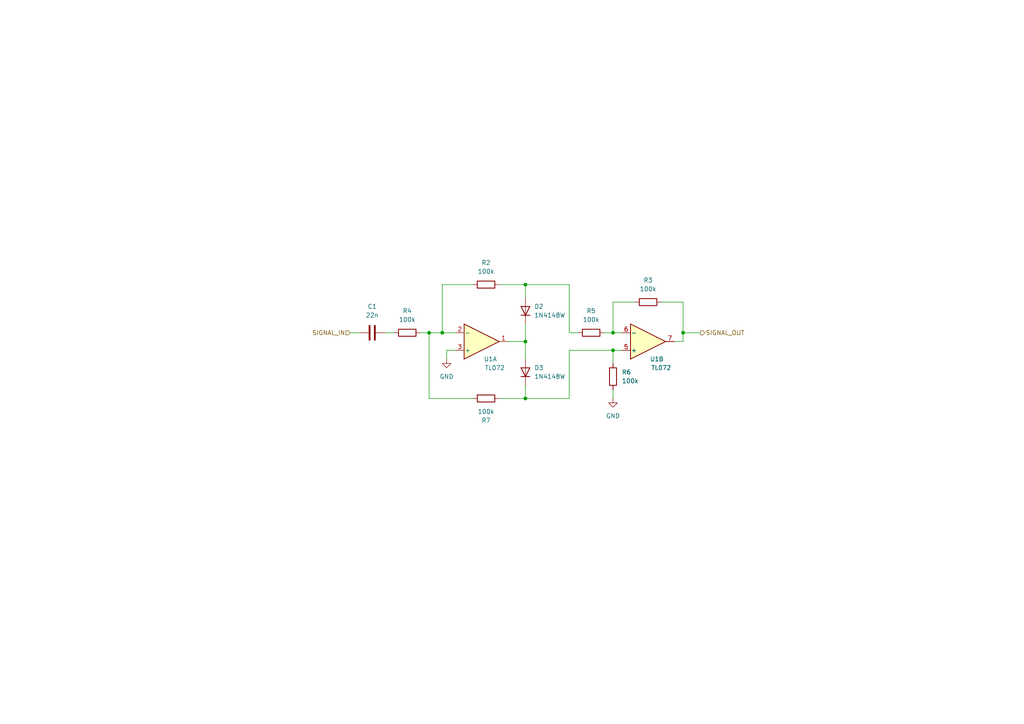
<source format=kicad_sch>
(kicad_sch (version 20211123) (generator eeschema)
  (paper "A4")
  (title_block (title "M.S.M. Stereo Lowpass Filter Pedal") (date "2022-05-22") (rev "0") (comment 2 "creativecommons.org/licenses/by/4.0") (comment 3 "License: CC by 4.0") (comment 4 "Author: Jordan Aceto"))
  (lib_symbols
    (symbol "Amplifier_Operational:TL072" (pin_names (offset 0.127))
      (property "Reference" "U" (at 0 5.08 0))
      (property "Value" "TL072" (at 0 -5.08 0))
      (symbol "TL072_1_1"
        (polyline (pts (xy -5.08 5.08) (xy 5.08 0) (xy -5.08 -5.08) (xy -5.08 5.08)) (stroke (width 0.254)) (fill (type background)))
        (pin output line (at 7.62 0 180) (length 2.54) (name "~") (number "1"))
        (pin input line (at -7.62 -2.54 0) (length 2.54) (name "-") (number "2"))
        (pin input line (at -7.62 2.54 0) (length 2.54) (name "+") (number "3"))
      )
      (symbol "TL072_2_1"
        (polyline (pts (xy -5.08 5.08) (xy 5.08 0) (xy -5.08 -5.08) (xy -5.08 5.08)) (stroke (width 0.254)) (fill (type background)))
        (pin input line (at -7.62 2.54 0) (length 2.54) (name "+") (number "5"))
        (pin input line (at -7.62 -2.54 0) (length 2.54) (name "-") (number "6"))
        (pin output line (at 7.62 0 180) (length 2.54) (name "~") (number "7"))
      )
      (symbol "TL072_3_1"
        (pin power_in line (at -2.54 -7.62 90) (length 3.81) (name "V-") (number "4"))
        (pin power_in line (at -2.54 7.62 270) (length 3.81) (name "V+") (number "8"))
      )
    )
    (symbol "Device:C" (pin_numbers hide) (pin_names (offset 0.254))
      (property "Reference" "C" (at 0.635 2.54 0))
      (property "Value" "C" (at 0.635 -2.54 0))
      (symbol "C_0_1"
        (polyline (pts (xy -2.032 -0.762) (xy 2.032 -0.762)) (stroke (width 0.508)))
        (polyline (pts (xy -2.032 0.762) (xy 2.032 0.762)) (stroke (width 0.508)))
      )
      (symbol "C_1_1"
        (pin passive line (at 0 3.81 270) (length 2.794) (name "~") (number "1"))
        (pin passive line (at 0 -3.81 90) (length 2.794) (name "~") (number "2"))
      )
    )
    (symbol "Device:R" (pin_numbers hide) (pin_names (offset 0))
      (property "Reference" "R" (at 2.032 0 90))
      (property "Value" "R" (at 0 0 90))
      (symbol "R_0_1"
        (rectangle (start -1.016 -2.54) (end 1.016 2.54) (stroke (width 0.254)))
      )
      (symbol "R_1_1"
        (pin passive line (at 0 3.81 270) (length 1.27) (name "~") (number "1"))
        (pin passive line (at 0 -3.81 90) (length 1.27) (name "~") (number "2"))
      )
    )
    (symbol "Diode:1N4148W" (pin_numbers hide) (pin_names (offset 1.016) hide)
      (property "Reference" "D" (at 0 2.54 0))
      (property "Value" "1N4148W" (at 0 -2.54 0))
      (symbol "1N4148W_0_1"
        (polyline (pts (xy -1.27 1.27) (xy -1.27 -1.27)) (stroke (width 0.254)))
        (polyline (pts (xy 1.27 0) (xy -1.27 0)))
        (polyline (pts (xy 1.27 1.27) (xy 1.27 -1.27) (xy -1.27 0) (xy 1.27 1.27)) (stroke (width 0.254)))
      )
      (symbol "1N4148W_1_1"
        (pin passive line (at -3.81 0 0) (length 2.54) (name "K") (number "1"))
        (pin passive line (at 3.81 0 180) (length 2.54) (name "A") (number "2"))
      )
    )
    (symbol "power:GND" (power) (pin_names (offset 0))
      (property "Value" "GND" (at 0 -3.81 0))
      (symbol "GND_0_1"
        (polyline (pts (xy 0 0) (xy 0 -1.27) (xy 1.27 -1.27) (xy 0 -2.54) (xy -1.27 -1.27) (xy 0 -1.27)))
      )
      (symbol "GND_1_1"
        (pin power_in line (at 0 0 270) (length 0) hide (name "GND") (number "1"))
      )
    )
  )
  (junction (at 124.46 96.52))
  (junction (at 152.4 82.55))
  (junction (at 152.4 99.06))
  (junction (at 177.8 96.52))
  (junction (at 128.27 96.52))
  (junction (at 152.4 115.57))
  (junction (at 177.8 101.6))
  (junction (at 198.12 96.52))
  (wire (pts (xy 152.4 82.55) (xy 144.78 82.55)))
  (wire (pts (xy 128.27 82.55) (xy 137.16 82.55)))
  (wire (pts (xy 152.4 93.98) (xy 152.4 99.06)))
  (wire (pts (xy 177.8 113.03) (xy 177.8 115.57)))
  (wire (pts (xy 198.12 87.63) (xy 191.77 87.63)))
  (wire (pts (xy 124.46 115.57) (xy 137.16 115.57)))
  (wire (pts (xy 165.1 115.57) (xy 165.1 101.6)))
  (wire (pts (xy 152.4 111.76) (xy 152.4 115.57)))
  (wire (pts (xy 177.8 96.52) (xy 180.34 96.52)))
  (wire (pts (xy 198.12 99.06) (xy 198.12 96.52)))
  (wire (pts (xy 128.27 96.52) (xy 128.27 82.55)))
  (wire (pts (xy 165.1 96.52) (xy 165.1 82.55)))
  (wire (pts (xy 121.92 96.52) (xy 124.46 96.52)))
  (wire (pts (xy 167.64 96.52) (xy 165.1 96.52)))
  (wire (pts (xy 129.54 101.6) (xy 132.08 101.6)))
  (wire (pts (xy 198.12 96.52) (xy 203.2 96.52)))
  (wire (pts (xy 165.1 82.55) (xy 152.4 82.55)))
  (wire (pts (xy 152.4 86.36) (xy 152.4 82.55)))
  (wire (pts (xy 124.46 115.57) (xy 124.46 96.52)))
  (wire (pts (xy 175.26 96.52) (xy 177.8 96.52)))
  (wire (pts (xy 177.8 87.63) (xy 177.8 96.52)))
  (wire (pts (xy 177.8 101.6) (xy 180.34 101.6)))
  (wire (pts (xy 177.8 101.6) (xy 177.8 105.41)))
  (wire (pts (xy 152.4 104.14) (xy 152.4 99.06)))
  (wire (pts (xy 129.54 101.6) (xy 129.54 104.14)))
  (wire (pts (xy 152.4 115.57) (xy 165.1 115.57)))
  (wire (pts (xy 152.4 115.57) (xy 144.78 115.57)))
  (wire (pts (xy 111.76 96.52) (xy 114.3 96.52)))
  (wire (pts (xy 101.6 96.52) (xy 104.14 96.52)))
  (wire (pts (xy 124.46 96.52) (xy 128.27 96.52)))
  (wire (pts (xy 198.12 96.52) (xy 198.12 87.63)))
  (wire (pts (xy 165.1 101.6) (xy 177.8 101.6)))
  (wire (pts (xy 132.08 96.52) (xy 128.27 96.52)))
  (wire (pts (xy 177.8 87.63) (xy 184.15 87.63)))
  (wire (pts (xy 195.58 99.06) (xy 198.12 99.06)))
  (wire (pts (xy 152.4 99.06) (xy 147.32 99.06)))
  (hierarchical_label "SIGNAL_IN" (shape input) (at 101.6 96.52 180))
  (hierarchical_label "SIGNAL_OUT" (shape output) (at 203.2 96.52 0))
  (symbol (lib_id "power:GND") (at 177.8 115.57 0) (unit 1)
    (property "Reference" "#PWR010" (effects hide))
    (property "Value" "GND" (at 177.8 120.65 0))
  )
  (symbol (lib_id "Diode:1N4148W") (at 152.4 90.17 90) (unit 1)
    (property "Reference" "D2" (at 154.94 88.8999 90) (effects (justify right)))
    (property "Value" "1N4148W" (at 154.94 91.4399 90) (effects (justify right)))
    (property "Footprint" "Diode_SMD:D_SOD-123" (effects hide))
    (property "Datasheet" "https://www.vishay.com/docs/85748/1n4148w.pdf" (effects hide))
  )
  (symbol (lib_id "Device:R") (at 118.11 96.52 90) (unit 1)
    (property "Reference" "R4" (at 118.11 90.17 90))
    (property "Value" "100k" (at 118.11 92.71 90))
    (property "Footprint" "Resistor_SMD:R_0805_2012Metric" (effects hide))
  )
  (symbol (lib_id "Amplifier_Operational:TL072") (at 187.96 99.06 0) (mirror x) (unit 2)
    (property "Reference" "U1" (at 190.5 104.14 0))
    (property "Value" "TL072" (at 191.77 106.68 0))
    (property "Footprint" "Package_SO:SOIC-8_3.9x4.9mm_P1.27mm" (effects hide))
    (property "Datasheet" "http://www.ti.com/lit/ds/symlink/tl071.pdf" (effects hide))
  )
  (symbol (lib_id "Device:R") (at 140.97 115.57 90) (mirror x) (unit 1)
    (property "Reference" "R7" (at 140.97 121.92 90))
    (property "Value" "100k" (at 140.97 119.38 90))
    (property "Footprint" "Resistor_SMD:R_0805_2012Metric" (effects hide))
  )
  (symbol (lib_id "Device:R") (at 171.45 96.52 90) (unit 1)
    (property "Reference" "R5" (at 171.45 90.17 90))
    (property "Value" "100k" (at 171.45 92.71 90))
    (property "Footprint" "Resistor_SMD:R_0805_2012Metric" (effects hide))
  )
  (symbol (lib_id "Amplifier_Operational:TL072") (at 139.7 99.06 0) (mirror x) (unit 1)
    (property "Reference" "U1" (at 142.24 104.14 0))
    (property "Value" "TL072" (at 143.51 106.68 0))
    (property "Footprint" "Package_SO:SOIC-8_3.9x4.9mm_P1.27mm" (effects hide))
    (property "Datasheet" "http://www.ti.com/lit/ds/symlink/tl071.pdf" (effects hide))
  )
  (symbol (lib_id "power:GND") (at 129.54 104.14 0) (unit 1)
    (property "Reference" "#PWR09" (effects hide))
    (property "Value" "GND" (at 129.54 109.22 0))
  )
  (symbol (lib_id "Device:R") (at 177.8 109.22 0) (unit 1)
    (property "Reference" "R6" (at 180.34 107.9499 0) (effects (justify left)))
    (property "Value" "100k" (at 180.34 110.4899 0) (effects (justify left)))
    (property "Footprint" "Resistor_SMD:R_0805_2012Metric" (effects hide))
  )
  (symbol (lib_id "Device:R") (at 140.97 82.55 90) (unit 1)
    (property "Reference" "R2" (at 140.97 76.2 90))
    (property "Value" "100k" (at 140.97 78.74 90))
    (property "Footprint" "Resistor_SMD:R_0805_2012Metric" (effects hide))
  )
  (symbol (lib_id "Diode:1N4148W") (at 152.4 107.95 90) (unit 1)
    (property "Reference" "D3" (at 154.94 106.6799 90) (effects (justify right)))
    (property "Value" "1N4148W" (at 154.94 109.2199 90) (effects (justify right)))
    (property "Footprint" "Diode_SMD:D_SOD-123" (effects hide))
    (property "Datasheet" "https://www.vishay.com/docs/85748/1n4148w.pdf" (effects hide))
  )
  (symbol (lib_id "Device:R") (at 187.96 87.63 90) (unit 1)
    (property "Reference" "R3" (at 187.96 81.28 90))
    (property "Value" "100k" (at 187.96 83.82 90))
    (property "Footprint" "Resistor_SMD:R_0805_2012Metric" (effects hide))
  )
  (symbol (lib_id "Device:C") (at 107.95 96.52 90) (unit 1)
    (property "Reference" "C1" (at 107.95 88.9 90))
    (property "Value" "22n" (at 107.95 91.44 90))
    (property "Footprint" "Capacitor_SMD:C_0805_2012Metric" (effects hide))
  )
)
</source>
